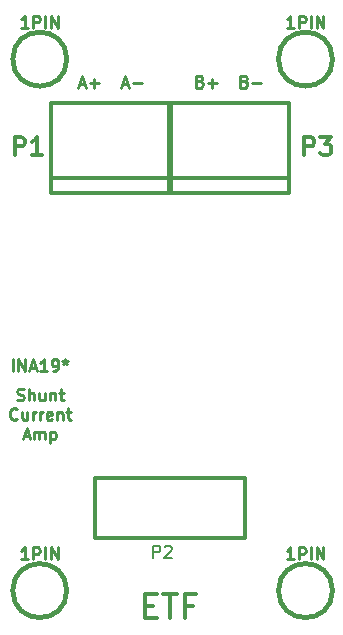
<source format=gto>
G04 (created by PCBNEW (2013-mar-13)-testing) date Thu 04 Apr 2013 06:27:01 PM CEST*
%MOIN*%
G04 Gerber Fmt 3.4, Leading zero omitted, Abs format*
%FSLAX34Y34*%
G01*
G70*
G90*
G04 APERTURE LIST*
%ADD10C,0.006*%
%ADD11C,0.011811*%
%ADD12C,0.00984252*%
%ADD13C,0.012*%
%ADD14C,0.015*%
%ADD15C,0.008*%
%ADD16C,0.01*%
%ADD17R,0.06X0.06*%
%ADD18C,0.06*%
%ADD19R,0.1X0.1*%
%ADD20C,0.1*%
%ADD21C,0.16*%
G04 APERTURE END LIST*
G54D10*
G54D11*
X42894Y-57583D02*
X43157Y-57583D01*
X43269Y-57995D02*
X42894Y-57995D01*
X42894Y-57208D01*
X43269Y-57208D01*
X43494Y-57208D02*
X43944Y-57208D01*
X43719Y-57995D02*
X43719Y-57208D01*
X44469Y-57583D02*
X44206Y-57583D01*
X44206Y-57995D02*
X44206Y-57208D01*
X44581Y-57208D01*
G54D12*
X44713Y-40110D02*
X44769Y-40129D01*
X44788Y-40148D01*
X44806Y-40185D01*
X44806Y-40241D01*
X44788Y-40279D01*
X44769Y-40298D01*
X44731Y-40316D01*
X44581Y-40316D01*
X44581Y-39923D01*
X44713Y-39923D01*
X44750Y-39941D01*
X44769Y-39960D01*
X44788Y-39998D01*
X44788Y-40035D01*
X44769Y-40073D01*
X44750Y-40091D01*
X44713Y-40110D01*
X44581Y-40110D01*
X44975Y-40166D02*
X45275Y-40166D01*
X45125Y-40316D02*
X45125Y-40016D01*
X46194Y-40110D02*
X46250Y-40129D01*
X46269Y-40148D01*
X46287Y-40185D01*
X46287Y-40241D01*
X46269Y-40279D01*
X46250Y-40298D01*
X46212Y-40316D01*
X46062Y-40316D01*
X46062Y-39923D01*
X46194Y-39923D01*
X46231Y-39941D01*
X46250Y-39960D01*
X46269Y-39998D01*
X46269Y-40035D01*
X46250Y-40073D01*
X46231Y-40091D01*
X46194Y-40110D01*
X46062Y-40110D01*
X46456Y-40166D02*
X46756Y-40166D01*
X40682Y-40204D02*
X40869Y-40204D01*
X40644Y-40316D02*
X40776Y-39923D01*
X40907Y-40316D01*
X41038Y-40166D02*
X41338Y-40166D01*
X41188Y-40316D02*
X41188Y-40016D01*
X42107Y-40204D02*
X42294Y-40204D01*
X42069Y-40316D02*
X42200Y-39923D01*
X42332Y-40316D01*
X42463Y-40166D02*
X42763Y-40166D01*
X38610Y-50731D02*
X38667Y-50749D01*
X38760Y-50749D01*
X38798Y-50731D01*
X38817Y-50712D01*
X38835Y-50674D01*
X38835Y-50637D01*
X38817Y-50599D01*
X38798Y-50581D01*
X38760Y-50562D01*
X38685Y-50543D01*
X38648Y-50524D01*
X38629Y-50506D01*
X38610Y-50468D01*
X38610Y-50431D01*
X38629Y-50393D01*
X38648Y-50374D01*
X38685Y-50356D01*
X38779Y-50356D01*
X38835Y-50374D01*
X39004Y-50749D02*
X39004Y-50356D01*
X39173Y-50749D02*
X39173Y-50543D01*
X39154Y-50506D01*
X39116Y-50487D01*
X39060Y-50487D01*
X39023Y-50506D01*
X39004Y-50524D01*
X39529Y-50487D02*
X39529Y-50749D01*
X39360Y-50487D02*
X39360Y-50693D01*
X39379Y-50731D01*
X39416Y-50749D01*
X39473Y-50749D01*
X39510Y-50731D01*
X39529Y-50712D01*
X39716Y-50487D02*
X39716Y-50749D01*
X39716Y-50524D02*
X39735Y-50506D01*
X39773Y-50487D01*
X39829Y-50487D01*
X39866Y-50506D01*
X39885Y-50543D01*
X39885Y-50749D01*
X40016Y-50487D02*
X40166Y-50487D01*
X40073Y-50356D02*
X40073Y-50693D01*
X40091Y-50731D01*
X40129Y-50749D01*
X40166Y-50749D01*
X38610Y-51362D02*
X38592Y-51380D01*
X38535Y-51399D01*
X38498Y-51399D01*
X38442Y-51380D01*
X38404Y-51343D01*
X38385Y-51305D01*
X38367Y-51230D01*
X38367Y-51174D01*
X38385Y-51099D01*
X38404Y-51062D01*
X38442Y-51024D01*
X38498Y-51005D01*
X38535Y-51005D01*
X38592Y-51024D01*
X38610Y-51043D01*
X38948Y-51137D02*
X38948Y-51399D01*
X38779Y-51137D02*
X38779Y-51343D01*
X38798Y-51380D01*
X38835Y-51399D01*
X38892Y-51399D01*
X38929Y-51380D01*
X38948Y-51362D01*
X39135Y-51399D02*
X39135Y-51137D01*
X39135Y-51212D02*
X39154Y-51174D01*
X39173Y-51155D01*
X39210Y-51137D01*
X39248Y-51137D01*
X39379Y-51399D02*
X39379Y-51137D01*
X39379Y-51212D02*
X39398Y-51174D01*
X39416Y-51155D01*
X39454Y-51137D01*
X39491Y-51137D01*
X39773Y-51380D02*
X39735Y-51399D01*
X39660Y-51399D01*
X39623Y-51380D01*
X39604Y-51343D01*
X39604Y-51193D01*
X39623Y-51155D01*
X39660Y-51137D01*
X39735Y-51137D01*
X39773Y-51155D01*
X39791Y-51193D01*
X39791Y-51230D01*
X39604Y-51268D01*
X39960Y-51137D02*
X39960Y-51399D01*
X39960Y-51174D02*
X39979Y-51155D01*
X40016Y-51137D01*
X40073Y-51137D01*
X40110Y-51155D01*
X40129Y-51193D01*
X40129Y-51399D01*
X40260Y-51137D02*
X40410Y-51137D01*
X40316Y-51005D02*
X40316Y-51343D01*
X40335Y-51380D01*
X40373Y-51399D01*
X40410Y-51399D01*
X38835Y-51936D02*
X39023Y-51936D01*
X38798Y-52049D02*
X38929Y-51655D01*
X39060Y-52049D01*
X39191Y-52049D02*
X39191Y-51786D01*
X39191Y-51824D02*
X39210Y-51805D01*
X39248Y-51786D01*
X39304Y-51786D01*
X39341Y-51805D01*
X39360Y-51842D01*
X39360Y-52049D01*
X39360Y-51842D02*
X39379Y-51805D01*
X39416Y-51786D01*
X39473Y-51786D01*
X39510Y-51805D01*
X39529Y-51842D01*
X39529Y-52049D01*
X39716Y-51786D02*
X39716Y-52180D01*
X39716Y-51805D02*
X39754Y-51786D01*
X39829Y-51786D01*
X39866Y-51805D01*
X39885Y-51824D01*
X39904Y-51861D01*
X39904Y-51974D01*
X39885Y-52011D01*
X39866Y-52030D01*
X39829Y-52049D01*
X39754Y-52049D01*
X39716Y-52030D01*
X38470Y-49765D02*
X38470Y-49371D01*
X38657Y-49765D02*
X38657Y-49371D01*
X38882Y-49765D01*
X38882Y-49371D01*
X39051Y-49653D02*
X39238Y-49653D01*
X39013Y-49765D02*
X39145Y-49371D01*
X39276Y-49765D01*
X39613Y-49765D02*
X39388Y-49765D01*
X39501Y-49765D02*
X39501Y-49371D01*
X39463Y-49428D01*
X39426Y-49465D01*
X39388Y-49484D01*
X39801Y-49765D02*
X39876Y-49765D01*
X39913Y-49746D01*
X39932Y-49728D01*
X39970Y-49671D01*
X39988Y-49596D01*
X39988Y-49446D01*
X39970Y-49409D01*
X39951Y-49390D01*
X39913Y-49371D01*
X39838Y-49371D01*
X39801Y-49390D01*
X39782Y-49409D01*
X39763Y-49446D01*
X39763Y-49540D01*
X39782Y-49578D01*
X39801Y-49596D01*
X39838Y-49615D01*
X39913Y-49615D01*
X39951Y-49596D01*
X39970Y-49578D01*
X39988Y-49540D01*
X40213Y-49371D02*
X40213Y-49465D01*
X40119Y-49428D02*
X40213Y-49465D01*
X40307Y-49428D01*
X40157Y-49540D02*
X40213Y-49465D01*
X40269Y-49540D01*
G54D13*
X46200Y-55330D02*
X41200Y-55330D01*
X41200Y-55330D02*
X41200Y-53330D01*
X41200Y-53330D02*
X46200Y-53330D01*
X46200Y-53330D02*
X46200Y-55330D01*
X43732Y-43322D02*
X39732Y-43322D01*
X43732Y-43822D02*
X43732Y-40822D01*
X43732Y-40822D02*
X39732Y-40822D01*
X39732Y-40822D02*
X39732Y-43822D01*
X39732Y-43822D02*
X43732Y-43822D01*
X47669Y-43322D02*
X43669Y-43322D01*
X47669Y-43822D02*
X47669Y-40822D01*
X47669Y-40822D02*
X43669Y-40822D01*
X43669Y-40822D02*
X43669Y-43822D01*
X43669Y-43822D02*
X47669Y-43822D01*
G54D14*
X40270Y-39370D02*
G75*
G03X40270Y-39370I-900J0D01*
G74*
G01*
X40270Y-57086D02*
G75*
G03X40270Y-57086I-900J0D01*
G74*
G01*
X49128Y-39370D02*
G75*
G03X49128Y-39370I-900J0D01*
G74*
G01*
X49128Y-57086D02*
G75*
G03X49128Y-57086I-900J0D01*
G74*
G01*
G54D15*
X43155Y-55992D02*
X43155Y-55592D01*
X43307Y-55592D01*
X43346Y-55611D01*
X43365Y-55630D01*
X43384Y-55668D01*
X43384Y-55725D01*
X43365Y-55764D01*
X43346Y-55783D01*
X43307Y-55802D01*
X43155Y-55802D01*
X43536Y-55630D02*
X43555Y-55611D01*
X43593Y-55592D01*
X43688Y-55592D01*
X43726Y-55611D01*
X43746Y-55630D01*
X43765Y-55668D01*
X43765Y-55706D01*
X43746Y-55764D01*
X43517Y-55992D01*
X43765Y-55992D01*
G54D13*
X38533Y-42565D02*
X38533Y-41965D01*
X38762Y-41965D01*
X38819Y-41994D01*
X38847Y-42022D01*
X38876Y-42079D01*
X38876Y-42165D01*
X38847Y-42222D01*
X38819Y-42251D01*
X38762Y-42279D01*
X38533Y-42279D01*
X39447Y-42565D02*
X39104Y-42565D01*
X39276Y-42565D02*
X39276Y-41965D01*
X39219Y-42051D01*
X39162Y-42108D01*
X39104Y-42137D01*
X48179Y-42565D02*
X48179Y-41965D01*
X48407Y-41965D01*
X48464Y-41994D01*
X48493Y-42022D01*
X48522Y-42079D01*
X48522Y-42165D01*
X48493Y-42222D01*
X48464Y-42251D01*
X48407Y-42279D01*
X48179Y-42279D01*
X48722Y-41965D02*
X49093Y-41965D01*
X48893Y-42194D01*
X48979Y-42194D01*
X49036Y-42222D01*
X49064Y-42251D01*
X49093Y-42308D01*
X49093Y-42451D01*
X49064Y-42508D01*
X49036Y-42537D01*
X48979Y-42565D01*
X48807Y-42565D01*
X48750Y-42537D01*
X48722Y-42508D01*
G54D16*
X38979Y-38331D02*
X38751Y-38331D01*
X38865Y-38331D02*
X38865Y-37931D01*
X38827Y-37989D01*
X38789Y-38027D01*
X38751Y-38046D01*
X39151Y-38331D02*
X39151Y-37931D01*
X39303Y-37931D01*
X39341Y-37951D01*
X39360Y-37970D01*
X39379Y-38008D01*
X39379Y-38065D01*
X39360Y-38103D01*
X39341Y-38122D01*
X39303Y-38141D01*
X39151Y-38141D01*
X39551Y-38331D02*
X39551Y-37931D01*
X39741Y-38331D02*
X39741Y-37931D01*
X39970Y-38331D01*
X39970Y-37931D01*
X38979Y-56048D02*
X38751Y-56048D01*
X38865Y-56048D02*
X38865Y-55648D01*
X38827Y-55705D01*
X38789Y-55743D01*
X38751Y-55762D01*
X39151Y-56048D02*
X39151Y-55648D01*
X39303Y-55648D01*
X39341Y-55667D01*
X39360Y-55686D01*
X39379Y-55724D01*
X39379Y-55781D01*
X39360Y-55819D01*
X39341Y-55838D01*
X39303Y-55858D01*
X39151Y-55858D01*
X39551Y-56048D02*
X39551Y-55648D01*
X39741Y-56048D02*
X39741Y-55648D01*
X39970Y-56048D01*
X39970Y-55648D01*
X47837Y-38331D02*
X47609Y-38331D01*
X47723Y-38331D02*
X47723Y-37931D01*
X47685Y-37989D01*
X47647Y-38027D01*
X47609Y-38046D01*
X48009Y-38331D02*
X48009Y-37931D01*
X48161Y-37931D01*
X48199Y-37951D01*
X48218Y-37970D01*
X48237Y-38008D01*
X48237Y-38065D01*
X48218Y-38103D01*
X48199Y-38122D01*
X48161Y-38141D01*
X48009Y-38141D01*
X48409Y-38331D02*
X48409Y-37931D01*
X48599Y-38331D02*
X48599Y-37931D01*
X48828Y-38331D01*
X48828Y-37931D01*
X47837Y-56048D02*
X47609Y-56048D01*
X47723Y-56048D02*
X47723Y-55648D01*
X47685Y-55705D01*
X47647Y-55743D01*
X47609Y-55762D01*
X48009Y-56048D02*
X48009Y-55648D01*
X48161Y-55648D01*
X48199Y-55667D01*
X48218Y-55686D01*
X48237Y-55724D01*
X48237Y-55781D01*
X48218Y-55819D01*
X48199Y-55838D01*
X48161Y-55858D01*
X48009Y-55858D01*
X48409Y-56048D02*
X48409Y-55648D01*
X48599Y-56048D02*
X48599Y-55648D01*
X48828Y-56048D01*
X48828Y-55648D01*
%LPC*%
G54D17*
X45700Y-53830D03*
G54D18*
X45700Y-54830D03*
X44700Y-53830D03*
X44700Y-54830D03*
X43700Y-53830D03*
X43700Y-54830D03*
X42700Y-53830D03*
X42700Y-54830D03*
X41700Y-53830D03*
X41700Y-54830D03*
G54D19*
X40732Y-42322D03*
G54D20*
X42732Y-42322D03*
G54D19*
X44669Y-42322D03*
G54D20*
X46669Y-42322D03*
G54D21*
X39370Y-39370D03*
X39370Y-57086D03*
X48228Y-39370D03*
X48228Y-57086D03*
M02*

</source>
